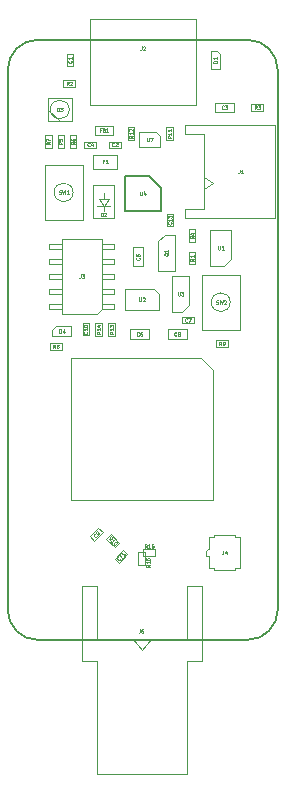
<source format=gbr>
G04 #@! TF.GenerationSoftware,KiCad,Pcbnew,(5.1.8)-1*
G04 #@! TF.CreationDate,2020-12-21T10:11:38+01:00*
G04 #@! TF.ProjectId,Penguino-STM32WL-LoRa-E5,50656e67-7569-46e6-9f2d-53544d333257,0.1*
G04 #@! TF.SameCoordinates,PX8198450PY59a5380*
G04 #@! TF.FileFunction,Other,Fab,Top*
%FSLAX46Y46*%
G04 Gerber Fmt 4.6, Leading zero omitted, Abs format (unit mm)*
G04 Created by KiCad (PCBNEW (5.1.8)-1) date 2020-12-21 10:11:38*
%MOMM*%
%LPD*%
G01*
G04 APERTURE LIST*
G04 #@! TA.AperFunction,Profile*
%ADD10C,0.150000*%
G04 #@! TD*
%ADD11C,0.100000*%
%ADD12C,0.150000*%
%ADD13C,0.120000*%
%ADD14C,0.075000*%
G04 APERTURE END LIST*
D10*
X-8890000Y-25380000D02*
G75*
G02*
X-11430000Y-22840000I0J2540000D01*
G01*
X11430000Y-22840000D02*
G75*
G02*
X8890000Y-25380000I-2540000J0D01*
G01*
X8890000Y25420000D02*
G75*
G02*
X11430000Y22880000I0J-2540000D01*
G01*
X-11430000Y22880000D02*
G75*
G02*
X-8890000Y25420000I2540000J0D01*
G01*
X-11430000Y-22840000D02*
X-11430000Y22880000D01*
X8890000Y-25380000D02*
X-8890000Y-25380000D01*
X11430000Y22880000D02*
X11430000Y-22840000D01*
X-8890000Y25420000D02*
X8890000Y25420000D01*
D11*
X-4460000Y19860000D02*
X-4460000Y27160000D01*
X4480000Y27160000D02*
X-4460000Y27160000D01*
X4480000Y19860000D02*
X4480000Y27160000D01*
X4480000Y19860000D02*
X-4460000Y19860000D01*
X3915000Y8325000D02*
X3915000Y9375000D01*
X4455000Y8325000D02*
X3915000Y8325000D01*
X4455000Y9375000D02*
X4455000Y8325000D01*
X3915000Y9375000D02*
X4455000Y9375000D01*
X6110000Y19300000D02*
X6110000Y20100000D01*
X6110000Y20100000D02*
X7710000Y20100000D01*
X7710000Y20100000D02*
X7710000Y19300000D01*
X7710000Y19300000D02*
X6110000Y19300000D01*
X-790000Y7900000D02*
X10000Y7900000D01*
X10000Y7900000D02*
X10000Y6300000D01*
X10000Y6300000D02*
X-790000Y6300000D01*
X-790000Y6300000D02*
X-790000Y7900000D01*
X-1065000Y900000D02*
X535000Y900000D01*
X-1065000Y100000D02*
X-1065000Y900000D01*
X535000Y100000D02*
X-1065000Y100000D01*
X535000Y900000D02*
X535000Y100000D01*
X6550000Y22912500D02*
X6550000Y24212500D01*
X6550000Y24212500D02*
X6250000Y24512500D01*
X6250000Y24512500D02*
X5750000Y24512500D01*
X5750000Y24512500D02*
X5750000Y22912500D01*
X5750000Y22912500D02*
X6550000Y22912500D01*
X-8015000Y20520000D02*
X-8015000Y18520000D01*
X-6015000Y20520000D02*
X-8015000Y20520000D01*
X-6015000Y18520000D02*
X-6015000Y20520000D01*
X-8015000Y18520000D02*
X-6015000Y18520000D01*
X-8015000Y19520000D02*
X-7015000Y18520000D01*
X-6215000Y19520000D02*
G75*
G03*
X-6215000Y19520000I-800000J0D01*
G01*
X-6040000Y350000D02*
X-6040000Y1150000D01*
X-7640000Y350000D02*
X-6040000Y350000D01*
X-7640000Y850000D02*
X-7640000Y350000D01*
X-7340000Y1150000D02*
X-7640000Y850000D01*
X-6040000Y1150000D02*
X-7340000Y1150000D01*
X-2190000Y14500000D02*
X-4190000Y14500000D01*
X-2190000Y15700000D02*
X-2190000Y14500000D01*
X-4190000Y15700000D02*
X-2190000Y15700000D01*
X-4190000Y14500000D02*
X-4190000Y15700000D01*
X-4077500Y18150000D02*
X-2477500Y18150000D01*
X-4077500Y17350000D02*
X-4077500Y18150000D01*
X-2477500Y17350000D02*
X-4077500Y17350000D01*
X-2477500Y18150000D02*
X-2477500Y17350000D01*
X5917107Y13270000D02*
X5210000Y13770000D01*
X5210000Y12770000D02*
X5917107Y13270000D01*
X3610000Y18220000D02*
X11210000Y18220000D01*
X3610000Y10320000D02*
X11210000Y10320000D01*
X11210000Y10320000D02*
X11210000Y18220000D01*
X3610000Y17420000D02*
X3610000Y18220000D01*
X5210000Y17420000D02*
X3610000Y17420000D01*
X5210000Y11120000D02*
X5210000Y17420000D01*
X3610000Y11120000D02*
X5210000Y11120000D01*
X3610000Y10320000D02*
X3610000Y11120000D01*
X6035000Y-19500000D02*
X6035000Y-19300000D01*
X6035000Y-19300000D02*
X5635000Y-19300000D01*
X5635000Y-18300000D02*
X5635000Y-19300000D01*
X5385000Y-18300000D02*
X5635000Y-18300000D01*
X5385000Y-18300000D02*
X5385000Y-17850000D01*
X5535000Y-17700000D02*
X5635000Y-17700000D01*
X5635000Y-17700000D02*
X5635000Y-16700000D01*
X6035000Y-16500000D02*
X6035000Y-16700000D01*
X6035000Y-16700000D02*
X5635000Y-16700000D01*
X6035000Y-19500000D02*
X7835000Y-19500000D01*
X7835000Y-19500000D02*
X7835000Y-19300000D01*
X8235000Y-19300000D02*
X7835000Y-19300000D01*
X8235000Y-16700000D02*
X8235000Y-19300000D01*
X6035000Y-16500000D02*
X7835000Y-16500000D01*
X7835000Y-16500000D02*
X7835000Y-16700000D01*
X8235000Y-16700000D02*
X7835000Y-16700000D01*
X5535000Y-17700000D02*
X5385000Y-17850000D01*
X-5167500Y-20820000D02*
X-5167500Y-27175000D01*
X-3897500Y-20820000D02*
X-5167500Y-20820000D01*
X-3897500Y-25270000D02*
X-3897500Y-20820000D01*
X3722500Y-25270000D02*
X-3897500Y-25270000D01*
X3722500Y-20820000D02*
X3722500Y-25270000D01*
X4992500Y-20820000D02*
X3722500Y-20820000D01*
X4992500Y-20820000D02*
X4992500Y-27175000D01*
X3722500Y-27175000D02*
X4992500Y-27175000D01*
X-5167500Y-27175000D02*
X-3897500Y-27175000D01*
X-3897500Y-36700000D02*
X-3897500Y-27175000D01*
X3722500Y-36700000D02*
X-3897500Y-36700000D01*
X3722500Y-27175000D02*
X3722500Y-36700000D01*
X662500Y-25270000D02*
X-87500Y-26270000D01*
X-87500Y-26270000D02*
X-837500Y-25270000D01*
X1310000Y5880000D02*
X2710000Y5880000D01*
X2710000Y8920000D02*
X2710000Y5880000D01*
X1310000Y8350000D02*
X1860000Y8920000D01*
X1860000Y8920000D02*
X2710000Y8920000D01*
X1310000Y8350000D02*
X1310000Y5900000D01*
X4455000Y6415000D02*
X3915000Y6415000D01*
X3915000Y6415000D02*
X3915000Y7465000D01*
X3915000Y7465000D02*
X4455000Y7465000D01*
X4455000Y7465000D02*
X4455000Y6415000D01*
X-6750000Y21467000D02*
X-6750000Y22007000D01*
X-6750000Y22007000D02*
X-5700000Y22007000D01*
X-5700000Y22007000D02*
X-5700000Y21467000D01*
X-5700000Y21467000D02*
X-6750000Y21467000D01*
X9175001Y19430000D02*
X9175001Y19970000D01*
X9175001Y19970000D02*
X10225001Y19970000D01*
X10225001Y19970000D02*
X10225001Y19430000D01*
X10225001Y19430000D02*
X9175001Y19430000D01*
X-7210000Y16285000D02*
X-7210000Y17335000D01*
X-6670000Y16285000D02*
X-7210000Y16285000D01*
X-6670000Y17335000D02*
X-6670000Y16285000D01*
X-7210000Y17335000D02*
X-6670000Y17335000D01*
X-6160000Y17325000D02*
X-5620000Y17325000D01*
X-5620000Y17325000D02*
X-5620000Y16275000D01*
X-5620000Y16275000D02*
X-6160000Y16275000D01*
X-6160000Y16275000D02*
X-6160000Y17325000D01*
X-8260000Y16275000D02*
X-8260000Y17325000D01*
X-7720000Y16275000D02*
X-8260000Y16275000D01*
X-7720000Y17325000D02*
X-7720000Y16275000D01*
X-8260000Y17325000D02*
X-7720000Y17325000D01*
X-7875000Y-820000D02*
X-7875000Y-280000D01*
X-7875000Y-280000D02*
X-6825000Y-280000D01*
X-6825000Y-280000D02*
X-6825000Y-820000D01*
X-6825000Y-820000D02*
X-7875000Y-820000D01*
X6185000Y-570000D02*
X6185000Y-30000D01*
X6185000Y-30000D02*
X7235000Y-30000D01*
X7235000Y-30000D02*
X7235000Y-570000D01*
X7235000Y-570000D02*
X6185000Y-570000D01*
X182500Y-17975000D02*
X182500Y-19025000D01*
X-357500Y-17975000D02*
X182500Y-17975000D01*
X-357500Y-19025000D02*
X-357500Y-17975000D01*
X182500Y-19025000D02*
X-357500Y-19025000D01*
X-2897000Y380000D02*
X-2897000Y1430000D01*
X-2357000Y380000D02*
X-2897000Y380000D01*
X-2357000Y1430000D02*
X-2357000Y380000D01*
X-2897000Y1430000D02*
X-2357000Y1430000D01*
X-3457000Y1426001D02*
X-3457000Y376001D01*
X-3997000Y1426001D02*
X-3457000Y1426001D01*
X-3997000Y376001D02*
X-3997000Y1426001D01*
X-3457000Y376001D02*
X-3997000Y376001D01*
X1035000Y-18270000D02*
X-15000Y-18270000D01*
X1035000Y-17730000D02*
X1035000Y-18270000D01*
X-15000Y-17730000D02*
X1035000Y-17730000D01*
X-15000Y-18270000D02*
X-15000Y-17730000D01*
X-1977850Y-17180312D02*
X-2359688Y-17562150D01*
X-2359688Y-17562150D02*
X-3102150Y-16819688D01*
X-3102150Y-16819688D02*
X-2720312Y-16437850D01*
X-2720312Y-16437850D02*
X-1977850Y-17180312D01*
X-5090000Y14810000D02*
X-5090000Y10210000D01*
X-5090000Y10200000D02*
X-8290000Y10200000D01*
X-8290000Y10210000D02*
X-8290000Y14810000D01*
X-8290000Y14810000D02*
X-5090000Y14810000D01*
X-5890000Y12500000D02*
G75*
G03*
X-5890000Y12500000I-800000J0D01*
G01*
X7410000Y3200000D02*
G75*
G03*
X7410000Y3200000I-800000J0D01*
G01*
X8210000Y890000D02*
X5010000Y890000D01*
X8210000Y5490000D02*
X8210000Y890000D01*
X5010000Y5500000D02*
X8210000Y5500000D01*
X5010000Y890000D02*
X5010000Y5490000D01*
X7510000Y6900000D02*
X6860000Y6250000D01*
X5710000Y6250000D02*
X6860000Y6250000D01*
X7510000Y6900000D02*
X7510000Y9350000D01*
X5710000Y9350000D02*
X7510000Y9350000D01*
X5710000Y6250000D02*
X5710000Y9350000D01*
X3910000Y2950000D02*
X3910000Y5400000D01*
X3360000Y2380000D02*
X2510000Y2380000D01*
X3910000Y2950000D02*
X3360000Y2380000D01*
X2510000Y2380000D02*
X2510000Y5420000D01*
X3910000Y5420000D02*
X2510000Y5420000D01*
D12*
X510000Y13900000D02*
X1510000Y12900000D01*
X-1490000Y13900000D02*
X510000Y13900000D01*
X-1490000Y10900000D02*
X-1490000Y13900000D01*
X1510000Y10900000D02*
X-1490000Y10900000D01*
X1510000Y12900000D02*
X1510000Y10900000D01*
D11*
X-5072500Y403000D02*
X-5072500Y1403000D01*
X-4572500Y403000D02*
X-5072500Y403000D01*
X-4572500Y1403000D02*
X-4572500Y403000D01*
X-5072500Y1403000D02*
X-4572500Y1403000D01*
X1385000Y2570000D02*
X-1515000Y2570000D01*
X-1515000Y2570000D02*
X-1515000Y4330000D01*
X935000Y4330000D02*
X-1515000Y4330000D01*
X1385000Y2570000D02*
X1385000Y3880000D01*
X935000Y4330000D02*
X1385000Y3880000D01*
X2560000Y10650000D02*
X2560000Y9650000D01*
X2060000Y10650000D02*
X2560000Y10650000D01*
X2060000Y9650000D02*
X2060000Y10650000D01*
X2560000Y9650000D02*
X2060000Y9650000D01*
X-6409500Y24218500D02*
X-5909500Y24218500D01*
X-5909500Y24218500D02*
X-5909500Y23218500D01*
X-5909500Y23218500D02*
X-6409500Y23218500D01*
X-6409500Y23218500D02*
X-6409500Y24218500D01*
X-1860000Y16300000D02*
X-2860000Y16300000D01*
X-1860000Y16800000D02*
X-1860000Y16300000D01*
X-2860000Y16800000D02*
X-1860000Y16800000D01*
X-2860000Y16300000D02*
X-2860000Y16800000D01*
X-3940000Y16800000D02*
X-3940000Y16300000D01*
X-3940000Y16300000D02*
X-4940000Y16300000D01*
X-4940000Y16300000D02*
X-4940000Y16800000D01*
X-4940000Y16800000D02*
X-3940000Y16800000D01*
X4310000Y1450000D02*
X3310000Y1450000D01*
X4310000Y1950000D02*
X4310000Y1450000D01*
X3310000Y1950000D02*
X4310000Y1950000D01*
X3310000Y1450000D02*
X3310000Y1950000D01*
X2110000Y900000D02*
X3710000Y900000D01*
X2110000Y100000D02*
X2110000Y900000D01*
X3710000Y100000D02*
X2110000Y100000D01*
X3710000Y900000D02*
X3710000Y100000D01*
X-4450330Y-16626777D02*
X-3743223Y-15919670D01*
X-4096777Y-16980330D02*
X-4450330Y-16626777D01*
X-3389670Y-16273223D02*
X-4096777Y-16980330D01*
X-3743223Y-15919670D02*
X-3389670Y-16273223D01*
X-1643223Y-17789670D02*
X-1289670Y-18143223D01*
X-1289670Y-18143223D02*
X-1996777Y-18850330D01*
X-1996777Y-18850330D02*
X-2350330Y-18496777D01*
X-2350330Y-18496777D02*
X-1643223Y-17789670D01*
D13*
X5912500Y-2527000D02*
X4912500Y-1527000D01*
X5912500Y-13527000D02*
X5912500Y-2527000D01*
X-6087500Y-13527000D02*
X5912500Y-13527000D01*
X-6087500Y-1527000D02*
X4912500Y-1527000D01*
X-6087500Y-1527000D02*
X-6087500Y-13527000D01*
D11*
X-7890000Y8140000D02*
X-6845000Y8140000D01*
X-7890000Y7740000D02*
X-7890000Y8140000D01*
X-6845000Y7740000D02*
X-7890000Y7740000D01*
X-2390000Y8140000D02*
X-3435000Y8140000D01*
X-2390000Y7740000D02*
X-2390000Y8140000D01*
X-3435000Y7740000D02*
X-2390000Y7740000D01*
X-7890000Y6870000D02*
X-6845000Y6870000D01*
X-7890000Y6470000D02*
X-7890000Y6870000D01*
X-6845000Y6470000D02*
X-7890000Y6470000D01*
X-2390000Y6870000D02*
X-3435000Y6870000D01*
X-2390000Y6470000D02*
X-2390000Y6870000D01*
X-3435000Y6470000D02*
X-2390000Y6470000D01*
X-7890000Y5600000D02*
X-6845000Y5600000D01*
X-7890000Y5200000D02*
X-7890000Y5600000D01*
X-6845000Y5200000D02*
X-7890000Y5200000D01*
X-2390000Y5600000D02*
X-3435000Y5600000D01*
X-2390000Y5200000D02*
X-2390000Y5600000D01*
X-3435000Y5200000D02*
X-2390000Y5200000D01*
X-7890000Y4330000D02*
X-6845000Y4330000D01*
X-7890000Y3930000D02*
X-7890000Y4330000D01*
X-6845000Y3930000D02*
X-7890000Y3930000D01*
X-2390000Y4330000D02*
X-3435000Y4330000D01*
X-2390000Y3930000D02*
X-2390000Y4330000D01*
X-3435000Y3930000D02*
X-2390000Y3930000D01*
X-7890000Y3060000D02*
X-6845000Y3060000D01*
X-7890000Y2660000D02*
X-7890000Y3060000D01*
X-6845000Y2660000D02*
X-7890000Y2660000D01*
X-2390000Y3060000D02*
X-3435000Y3060000D01*
X-2390000Y2660000D02*
X-2390000Y3060000D01*
X-3435000Y2660000D02*
X-2390000Y2660000D01*
X-6845000Y2225000D02*
X-6845000Y8575000D01*
X-3435000Y2660000D02*
X-3870000Y2225000D01*
X-3435000Y8575000D02*
X-3435000Y2660000D01*
X-3870000Y2225000D02*
X-6845000Y2225000D01*
X-6845000Y8575000D02*
X-3435000Y8575000D01*
X-3290000Y11950000D02*
X-3290000Y12450000D01*
X-2890000Y11950000D02*
X-3290000Y11350000D01*
X-3690000Y11950000D02*
X-2890000Y11950000D01*
X-3290000Y11350000D02*
X-3690000Y11950000D01*
X-3290000Y11350000D02*
X-2740000Y11350000D01*
X-3290000Y11350000D02*
X-3840000Y11350000D01*
X-3290000Y10950000D02*
X-3290000Y11350000D01*
X-2390000Y10300000D02*
X-4190000Y10300000D01*
X-2390000Y13100000D02*
X-2390000Y10300000D01*
X-4190000Y13100000D02*
X-2390000Y13100000D01*
X-4190000Y10300000D02*
X-4190000Y13100000D01*
X2555000Y16950000D02*
X2015000Y16950000D01*
X2015000Y16950000D02*
X2015000Y18000000D01*
X2015000Y18000000D02*
X2555000Y18000000D01*
X2555000Y18000000D02*
X2555000Y16950000D01*
X-720000Y18025000D02*
X-720000Y16975000D01*
X-1260000Y18025000D02*
X-720000Y18025000D01*
X-1260000Y16975000D02*
X-1260000Y18025000D01*
X-720000Y16975000D02*
X-1260000Y16975000D01*
X1110000Y17630000D02*
X1430000Y17310000D01*
X1430000Y16330000D02*
X1430000Y17310000D01*
X1110000Y17630000D02*
X-270000Y17630000D01*
X1430000Y16330000D02*
X-270000Y16330000D01*
X-270000Y16330000D02*
X-270000Y17630000D01*
D14*
X-90000Y24854286D02*
X-90000Y24640000D01*
X-104286Y24597143D01*
X-132858Y24568572D01*
X-175715Y24554286D01*
X-204286Y24554286D01*
X38571Y24825715D02*
X52857Y24840000D01*
X81428Y24854286D01*
X152857Y24854286D01*
X181428Y24840000D01*
X195714Y24825715D01*
X210000Y24797143D01*
X210000Y24768572D01*
X195714Y24725715D01*
X24285Y24554286D01*
X210000Y24554286D01*
D11*
D14*
X4320714Y8800000D02*
X4177857Y8700000D01*
X4320714Y8628572D02*
X4020714Y8628572D01*
X4020714Y8742858D01*
X4035000Y8771429D01*
X4049285Y8785715D01*
X4077857Y8800000D01*
X4120714Y8800000D01*
X4149285Y8785715D01*
X4163571Y8771429D01*
X4177857Y8742858D01*
X4177857Y8628572D01*
X4120714Y9057143D02*
X4320714Y9057143D01*
X4006428Y8985715D02*
X4220714Y8914286D01*
X4220714Y9100000D01*
D11*
D14*
X6860000Y19592858D02*
X6845714Y19578572D01*
X6802857Y19564286D01*
X6774285Y19564286D01*
X6731428Y19578572D01*
X6702857Y19607143D01*
X6688571Y19635715D01*
X6674285Y19692858D01*
X6674285Y19735715D01*
X6688571Y19792858D01*
X6702857Y19821429D01*
X6731428Y19850000D01*
X6774285Y19864286D01*
X6802857Y19864286D01*
X6845714Y19850000D01*
X6860000Y19835715D01*
X6960000Y19864286D02*
X7145714Y19864286D01*
X7045714Y19750000D01*
X7088571Y19750000D01*
X7117142Y19735715D01*
X7131428Y19721429D01*
X7145714Y19692858D01*
X7145714Y19621429D01*
X7131428Y19592858D01*
X7117142Y19578572D01*
X7088571Y19564286D01*
X7002857Y19564286D01*
X6974285Y19578572D01*
X6960000Y19592858D01*
D11*
D14*
X-282858Y6975000D02*
X-268572Y6960715D01*
X-254286Y6917858D01*
X-254286Y6889286D01*
X-268572Y6846429D01*
X-297143Y6817858D01*
X-325715Y6803572D01*
X-382858Y6789286D01*
X-425715Y6789286D01*
X-482858Y6803572D01*
X-511429Y6817858D01*
X-540000Y6846429D01*
X-554286Y6889286D01*
X-554286Y6917858D01*
X-540000Y6960715D01*
X-525715Y6975000D01*
X-554286Y7246429D02*
X-554286Y7103572D01*
X-411429Y7089286D01*
X-425715Y7103572D01*
X-440000Y7132143D01*
X-440000Y7203572D01*
X-425715Y7232143D01*
X-411429Y7246429D01*
X-382858Y7260715D01*
X-311429Y7260715D01*
X-282858Y7246429D01*
X-268572Y7232143D01*
X-254286Y7203572D01*
X-254286Y7132143D01*
X-268572Y7103572D01*
X-282858Y7089286D01*
D11*
D14*
X-315000Y392858D02*
X-329286Y378572D01*
X-372143Y364286D01*
X-400715Y364286D01*
X-443572Y378572D01*
X-472143Y407143D01*
X-486429Y435715D01*
X-500715Y492858D01*
X-500715Y535715D01*
X-486429Y592858D01*
X-472143Y621429D01*
X-443572Y650000D01*
X-400715Y664286D01*
X-372143Y664286D01*
X-329286Y650000D01*
X-315000Y635715D01*
X-57858Y664286D02*
X-115000Y664286D01*
X-143572Y650000D01*
X-157858Y635715D01*
X-186429Y592858D01*
X-200715Y535715D01*
X-200715Y421429D01*
X-186429Y392858D01*
X-172143Y378572D01*
X-143572Y364286D01*
X-86429Y364286D01*
X-57858Y378572D01*
X-43572Y392858D01*
X-29286Y421429D01*
X-29286Y492858D01*
X-43572Y521429D01*
X-57858Y535715D01*
X-86429Y550000D01*
X-143572Y550000D01*
X-172143Y535715D01*
X-186429Y521429D01*
X-200715Y492858D01*
D11*
D14*
X6285714Y23491072D02*
X5985714Y23491072D01*
X5985714Y23562500D01*
X6000000Y23605358D01*
X6028571Y23633929D01*
X6057142Y23648215D01*
X6114285Y23662500D01*
X6157142Y23662500D01*
X6214285Y23648215D01*
X6242857Y23633929D01*
X6271428Y23605358D01*
X6285714Y23562500D01*
X6285714Y23491072D01*
X6285714Y23948215D02*
X6285714Y23776786D01*
X6285714Y23862500D02*
X5985714Y23862500D01*
X6028571Y23833929D01*
X6057142Y23805358D01*
X6071428Y23776786D01*
D11*
D14*
X-7236429Y19384286D02*
X-7236429Y19684286D01*
X-7165000Y19684286D01*
X-7122143Y19670000D01*
X-7093572Y19641429D01*
X-7079286Y19612858D01*
X-7065000Y19555715D01*
X-7065000Y19512858D01*
X-7079286Y19455715D01*
X-7093572Y19427143D01*
X-7122143Y19398572D01*
X-7165000Y19384286D01*
X-7236429Y19384286D01*
X-6965000Y19684286D02*
X-6779286Y19684286D01*
X-6879286Y19570000D01*
X-6836429Y19570000D01*
X-6807858Y19555715D01*
X-6793572Y19541429D01*
X-6779286Y19512858D01*
X-6779286Y19441429D01*
X-6793572Y19412858D01*
X-6807858Y19398572D01*
X-6836429Y19384286D01*
X-6922143Y19384286D01*
X-6950715Y19398572D01*
X-6965000Y19412858D01*
D11*
D14*
X-7061429Y614286D02*
X-7061429Y914286D01*
X-6990000Y914286D01*
X-6947143Y900000D01*
X-6918572Y871429D01*
X-6904286Y842858D01*
X-6890000Y785715D01*
X-6890000Y742858D01*
X-6904286Y685715D01*
X-6918572Y657143D01*
X-6947143Y628572D01*
X-6990000Y614286D01*
X-7061429Y614286D01*
X-6632858Y814286D02*
X-6632858Y614286D01*
X-6704286Y928572D02*
X-6775715Y714286D01*
X-6590000Y714286D01*
D11*
D14*
X-3290000Y15121429D02*
X-3390000Y15121429D01*
X-3390000Y14964286D02*
X-3390000Y15264286D01*
X-3247143Y15264286D01*
X-2975715Y14964286D02*
X-3147143Y14964286D01*
X-3061429Y14964286D02*
X-3061429Y15264286D01*
X-3090000Y15221429D01*
X-3118572Y15192858D01*
X-3147143Y15178572D01*
D11*
D14*
X-3527500Y17771429D02*
X-3627500Y17771429D01*
X-3627500Y17614286D02*
X-3627500Y17914286D01*
X-3484643Y17914286D01*
X-3270358Y17771429D02*
X-3227500Y17757143D01*
X-3213215Y17742858D01*
X-3198929Y17714286D01*
X-3198929Y17671429D01*
X-3213215Y17642858D01*
X-3227500Y17628572D01*
X-3256072Y17614286D01*
X-3370358Y17614286D01*
X-3370358Y17914286D01*
X-3270358Y17914286D01*
X-3241786Y17900000D01*
X-3227500Y17885715D01*
X-3213215Y17857143D01*
X-3213215Y17828572D01*
X-3227500Y17800000D01*
X-3241786Y17785715D01*
X-3270358Y17771429D01*
X-3370358Y17771429D01*
X-2913215Y17614286D02*
X-3084643Y17614286D01*
X-2998929Y17614286D02*
X-2998929Y17914286D01*
X-3027500Y17871429D01*
X-3056072Y17842858D01*
X-3084643Y17828572D01*
D11*
D14*
X8210000Y14434286D02*
X8210000Y14220000D01*
X8195714Y14177143D01*
X8167142Y14148572D01*
X8124285Y14134286D01*
X8095714Y14134286D01*
X8510000Y14134286D02*
X8338571Y14134286D01*
X8424285Y14134286D02*
X8424285Y14434286D01*
X8395714Y14391429D01*
X8367142Y14362858D01*
X8338571Y14348572D01*
D11*
D14*
X6835000Y-17835714D02*
X6835000Y-18050000D01*
X6820714Y-18092857D01*
X6792142Y-18121428D01*
X6749285Y-18135714D01*
X6720714Y-18135714D01*
X7106428Y-17935714D02*
X7106428Y-18135714D01*
X7035000Y-17821428D02*
X6963571Y-18035714D01*
X7149285Y-18035714D01*
D11*
D14*
X-240000Y-24485714D02*
X-240000Y-24700000D01*
X-254286Y-24742857D01*
X-282858Y-24771428D01*
X-325715Y-24785714D01*
X-354286Y-24785714D01*
X45714Y-24485714D02*
X-97143Y-24485714D01*
X-111429Y-24628571D01*
X-97143Y-24614285D01*
X-68572Y-24600000D01*
X2857Y-24600000D01*
X31428Y-24614285D01*
X45714Y-24628571D01*
X60000Y-24657142D01*
X60000Y-24728571D01*
X45714Y-24757142D01*
X31428Y-24771428D01*
X2857Y-24785714D01*
X-68572Y-24785714D01*
X-97143Y-24771428D01*
X-111429Y-24757142D01*
D11*
D14*
X2174285Y7371429D02*
X2160000Y7342858D01*
X2131428Y7314286D01*
X2088571Y7271429D01*
X2074285Y7242858D01*
X2074285Y7214286D01*
X2145714Y7228572D02*
X2131428Y7200000D01*
X2102857Y7171429D01*
X2045714Y7157143D01*
X1945714Y7157143D01*
X1888571Y7171429D01*
X1860000Y7200000D01*
X1845714Y7228572D01*
X1845714Y7285715D01*
X1860000Y7314286D01*
X1888571Y7342858D01*
X1945714Y7357143D01*
X2045714Y7357143D01*
X2102857Y7342858D01*
X2131428Y7314286D01*
X2145714Y7285715D01*
X2145714Y7228572D01*
X2145714Y7642858D02*
X2145714Y7471429D01*
X2145714Y7557143D02*
X1845714Y7557143D01*
X1888571Y7528572D01*
X1917142Y7500000D01*
X1931428Y7471429D01*
D11*
D14*
X4320714Y6890000D02*
X4177857Y6790000D01*
X4320714Y6718572D02*
X4020714Y6718572D01*
X4020714Y6832858D01*
X4035000Y6861429D01*
X4049285Y6875715D01*
X4077857Y6890000D01*
X4120714Y6890000D01*
X4149285Y6875715D01*
X4163571Y6861429D01*
X4177857Y6832858D01*
X4177857Y6718572D01*
X4320714Y7175715D02*
X4320714Y7004286D01*
X4320714Y7090000D02*
X4020714Y7090000D01*
X4063571Y7061429D01*
X4092142Y7032858D01*
X4106428Y7004286D01*
D11*
D14*
X-6275000Y21589286D02*
X-6375000Y21732143D01*
X-6446429Y21589286D02*
X-6446429Y21889286D01*
X-6332143Y21889286D01*
X-6303572Y21875000D01*
X-6289286Y21860715D01*
X-6275000Y21832143D01*
X-6275000Y21789286D01*
X-6289286Y21760715D01*
X-6303572Y21746429D01*
X-6332143Y21732143D01*
X-6446429Y21732143D01*
X-6160715Y21860715D02*
X-6146429Y21875000D01*
X-6117858Y21889286D01*
X-6046429Y21889286D01*
X-6017858Y21875000D01*
X-6003572Y21860715D01*
X-5989286Y21832143D01*
X-5989286Y21803572D01*
X-6003572Y21760715D01*
X-6175000Y21589286D01*
X-5989286Y21589286D01*
D11*
D14*
X9650001Y19564286D02*
X9550001Y19707143D01*
X9478572Y19564286D02*
X9478572Y19864286D01*
X9592858Y19864286D01*
X9621429Y19850000D01*
X9635715Y19835715D01*
X9650001Y19807143D01*
X9650001Y19764286D01*
X9635715Y19735715D01*
X9621429Y19721429D01*
X9592858Y19707143D01*
X9478572Y19707143D01*
X9750001Y19864286D02*
X9935715Y19864286D01*
X9835715Y19750000D01*
X9878572Y19750000D01*
X9907143Y19735715D01*
X9921429Y19721429D01*
X9935715Y19692858D01*
X9935715Y19621429D01*
X9921429Y19592858D01*
X9907143Y19578572D01*
X9878572Y19564286D01*
X9792858Y19564286D01*
X9764286Y19578572D01*
X9750001Y19592858D01*
D11*
D14*
X-6804286Y16760000D02*
X-6947143Y16660000D01*
X-6804286Y16588572D02*
X-7104286Y16588572D01*
X-7104286Y16702858D01*
X-7090000Y16731429D01*
X-7075715Y16745715D01*
X-7047143Y16760000D01*
X-7004286Y16760000D01*
X-6975715Y16745715D01*
X-6961429Y16731429D01*
X-6947143Y16702858D01*
X-6947143Y16588572D01*
X-7104286Y17031429D02*
X-7104286Y16888572D01*
X-6961429Y16874286D01*
X-6975715Y16888572D01*
X-6990000Y16917143D01*
X-6990000Y16988572D01*
X-6975715Y17017143D01*
X-6961429Y17031429D01*
X-6932858Y17045715D01*
X-6861429Y17045715D01*
X-6832858Y17031429D01*
X-6818572Y17017143D01*
X-6804286Y16988572D01*
X-6804286Y16917143D01*
X-6818572Y16888572D01*
X-6832858Y16874286D01*
D11*
D14*
X-5754286Y16775000D02*
X-5897143Y16675000D01*
X-5754286Y16603572D02*
X-6054286Y16603572D01*
X-6054286Y16717858D01*
X-6040000Y16746429D01*
X-6025715Y16760715D01*
X-5997143Y16775000D01*
X-5954286Y16775000D01*
X-5925715Y16760715D01*
X-5911429Y16746429D01*
X-5897143Y16717858D01*
X-5897143Y16603572D01*
X-6054286Y17032143D02*
X-6054286Y16975000D01*
X-6040000Y16946429D01*
X-6025715Y16932143D01*
X-5982858Y16903572D01*
X-5925715Y16889286D01*
X-5811429Y16889286D01*
X-5782858Y16903572D01*
X-5768572Y16917858D01*
X-5754286Y16946429D01*
X-5754286Y17003572D01*
X-5768572Y17032143D01*
X-5782858Y17046429D01*
X-5811429Y17060715D01*
X-5882858Y17060715D01*
X-5911429Y17046429D01*
X-5925715Y17032143D01*
X-5940000Y17003572D01*
X-5940000Y16946429D01*
X-5925715Y16917858D01*
X-5911429Y16903572D01*
X-5882858Y16889286D01*
D11*
D14*
X-7854286Y16750000D02*
X-7997143Y16650000D01*
X-7854286Y16578572D02*
X-8154286Y16578572D01*
X-8154286Y16692858D01*
X-8140000Y16721429D01*
X-8125715Y16735715D01*
X-8097143Y16750000D01*
X-8054286Y16750000D01*
X-8025715Y16735715D01*
X-8011429Y16721429D01*
X-7997143Y16692858D01*
X-7997143Y16578572D01*
X-8154286Y16850000D02*
X-8154286Y17050000D01*
X-7854286Y16921429D01*
D11*
D14*
X-7400000Y-685714D02*
X-7500000Y-542857D01*
X-7571429Y-685714D02*
X-7571429Y-385714D01*
X-7457143Y-385714D01*
X-7428572Y-400000D01*
X-7414286Y-414285D01*
X-7400000Y-442857D01*
X-7400000Y-485714D01*
X-7414286Y-514285D01*
X-7428572Y-528571D01*
X-7457143Y-542857D01*
X-7571429Y-542857D01*
X-7228572Y-514285D02*
X-7257143Y-500000D01*
X-7271429Y-485714D01*
X-7285715Y-457142D01*
X-7285715Y-442857D01*
X-7271429Y-414285D01*
X-7257143Y-400000D01*
X-7228572Y-385714D01*
X-7171429Y-385714D01*
X-7142858Y-400000D01*
X-7128572Y-414285D01*
X-7114286Y-442857D01*
X-7114286Y-457142D01*
X-7128572Y-485714D01*
X-7142858Y-500000D01*
X-7171429Y-514285D01*
X-7228572Y-514285D01*
X-7257143Y-528571D01*
X-7271429Y-542857D01*
X-7285715Y-571428D01*
X-7285715Y-628571D01*
X-7271429Y-657142D01*
X-7257143Y-671428D01*
X-7228572Y-685714D01*
X-7171429Y-685714D01*
X-7142858Y-671428D01*
X-7128572Y-657142D01*
X-7114286Y-628571D01*
X-7114286Y-571428D01*
X-7128572Y-542857D01*
X-7142858Y-528571D01*
X-7171429Y-514285D01*
D11*
D14*
X6660000Y-435714D02*
X6560000Y-292857D01*
X6488571Y-435714D02*
X6488571Y-135714D01*
X6602857Y-135714D01*
X6631428Y-150000D01*
X6645714Y-164285D01*
X6660000Y-192857D01*
X6660000Y-235714D01*
X6645714Y-264285D01*
X6631428Y-278571D01*
X6602857Y-292857D01*
X6488571Y-292857D01*
X6802857Y-435714D02*
X6860000Y-435714D01*
X6888571Y-421428D01*
X6902857Y-407142D01*
X6931428Y-364285D01*
X6945714Y-307142D01*
X6945714Y-192857D01*
X6931428Y-164285D01*
X6917142Y-150000D01*
X6888571Y-135714D01*
X6831428Y-135714D01*
X6802857Y-150000D01*
X6788571Y-164285D01*
X6774285Y-192857D01*
X6774285Y-264285D01*
X6788571Y-292857D01*
X6802857Y-307142D01*
X6831428Y-321428D01*
X6888571Y-321428D01*
X6917142Y-307142D01*
X6931428Y-292857D01*
X6945714Y-264285D01*
D11*
D14*
X585714Y-19022857D02*
X442857Y-19122857D01*
X585714Y-19194285D02*
X285714Y-19194285D01*
X285714Y-19080000D01*
X300000Y-19051428D01*
X314285Y-19037142D01*
X342857Y-19022857D01*
X385714Y-19022857D01*
X414285Y-19037142D01*
X428571Y-19051428D01*
X442857Y-19080000D01*
X442857Y-19194285D01*
X585714Y-18737142D02*
X585714Y-18908571D01*
X585714Y-18822857D02*
X285714Y-18822857D01*
X328571Y-18851428D01*
X357142Y-18880000D01*
X371428Y-18908571D01*
X285714Y-18465714D02*
X285714Y-18608571D01*
X428571Y-18622857D01*
X414285Y-18608571D01*
X400000Y-18580000D01*
X400000Y-18508571D01*
X414285Y-18480000D01*
X428571Y-18465714D01*
X457142Y-18451428D01*
X528571Y-18451428D01*
X557142Y-18465714D01*
X571428Y-18480000D01*
X585714Y-18508571D01*
X585714Y-18580000D01*
X571428Y-18608571D01*
X557142Y-18622857D01*
D11*
D14*
X-2491286Y712143D02*
X-2634143Y612143D01*
X-2491286Y540715D02*
X-2791286Y540715D01*
X-2791286Y655000D01*
X-2777000Y683572D01*
X-2762715Y697858D01*
X-2734143Y712143D01*
X-2691286Y712143D01*
X-2662715Y697858D01*
X-2648429Y683572D01*
X-2634143Y655000D01*
X-2634143Y540715D01*
X-2491286Y997858D02*
X-2491286Y826429D01*
X-2491286Y912143D02*
X-2791286Y912143D01*
X-2748429Y883572D01*
X-2719858Y855000D01*
X-2705572Y826429D01*
X-2791286Y1097858D02*
X-2791286Y1283572D01*
X-2677000Y1183572D01*
X-2677000Y1226429D01*
X-2662715Y1255000D01*
X-2648429Y1269286D01*
X-2619858Y1283572D01*
X-2548429Y1283572D01*
X-2519858Y1269286D01*
X-2505572Y1255000D01*
X-2491286Y1226429D01*
X-2491286Y1140715D01*
X-2505572Y1112143D01*
X-2519858Y1097858D01*
D11*
D14*
X-3591286Y708144D02*
X-3734143Y608144D01*
X-3591286Y536716D02*
X-3891286Y536716D01*
X-3891286Y651001D01*
X-3877000Y679573D01*
X-3862715Y693859D01*
X-3834143Y708144D01*
X-3791286Y708144D01*
X-3762715Y693859D01*
X-3748429Y679573D01*
X-3734143Y651001D01*
X-3734143Y536716D01*
X-3591286Y993859D02*
X-3591286Y822430D01*
X-3591286Y908144D02*
X-3891286Y908144D01*
X-3848429Y879573D01*
X-3819858Y851001D01*
X-3805572Y822430D01*
X-3791286Y1251001D02*
X-3591286Y1251001D01*
X-3905572Y1179573D02*
X-3691286Y1108144D01*
X-3691286Y1293859D01*
D11*
D14*
X347142Y-17585714D02*
X247142Y-17442857D01*
X175714Y-17585714D02*
X175714Y-17285714D01*
X290000Y-17285714D01*
X318571Y-17300000D01*
X332857Y-17314285D01*
X347142Y-17342857D01*
X347142Y-17385714D01*
X332857Y-17414285D01*
X318571Y-17428571D01*
X290000Y-17442857D01*
X175714Y-17442857D01*
X632857Y-17585714D02*
X461428Y-17585714D01*
X547142Y-17585714D02*
X547142Y-17285714D01*
X518571Y-17328571D01*
X490000Y-17357142D01*
X461428Y-17371428D01*
X890000Y-17285714D02*
X832857Y-17285714D01*
X804285Y-17300000D01*
X790000Y-17314285D01*
X761428Y-17357142D01*
X747142Y-17414285D01*
X747142Y-17528571D01*
X761428Y-17557142D01*
X775714Y-17571428D01*
X804285Y-17585714D01*
X861428Y-17585714D01*
X890000Y-17571428D01*
X904285Y-17557142D01*
X918571Y-17528571D01*
X918571Y-17457142D01*
X904285Y-17428571D01*
X890000Y-17414285D01*
X861428Y-17400000D01*
X804285Y-17400000D01*
X775714Y-17414285D01*
X761428Y-17428571D01*
X747142Y-17457142D01*
D11*
D14*
X-2772336Y-16959593D02*
X-2742031Y-16787867D01*
X-2893554Y-16838375D02*
X-2681422Y-16626243D01*
X-2600610Y-16707055D01*
X-2590508Y-16737360D01*
X-2590508Y-16757563D01*
X-2600610Y-16787867D01*
X-2630914Y-16818172D01*
X-2661219Y-16828274D01*
X-2681422Y-16828274D01*
X-2711726Y-16818172D01*
X-2792539Y-16737360D01*
X-2570305Y-17161624D02*
X-2691523Y-17040406D01*
X-2630914Y-17101015D02*
X-2418782Y-16888883D01*
X-2469290Y-16898984D01*
X-2509696Y-16898984D01*
X-2540000Y-16888883D01*
X-2226853Y-17080812D02*
X-2206650Y-17101015D01*
X-2196549Y-17131319D01*
X-2196549Y-17151522D01*
X-2206650Y-17181827D01*
X-2236955Y-17232335D01*
X-2287462Y-17282842D01*
X-2337970Y-17313147D01*
X-2368275Y-17323248D01*
X-2388478Y-17323248D01*
X-2418782Y-17313147D01*
X-2438985Y-17292944D01*
X-2449087Y-17262639D01*
X-2449087Y-17242436D01*
X-2438985Y-17212132D01*
X-2408681Y-17161624D01*
X-2358173Y-17111116D01*
X-2307665Y-17080812D01*
X-2277361Y-17070710D01*
X-2257158Y-17070710D01*
X-2226853Y-17080812D01*
D11*
D14*
X-7065000Y12403572D02*
X-7022143Y12389286D01*
X-6950715Y12389286D01*
X-6922143Y12403572D01*
X-6907858Y12417858D01*
X-6893572Y12446429D01*
X-6893572Y12475000D01*
X-6907858Y12503572D01*
X-6922143Y12517858D01*
X-6950715Y12532143D01*
X-7007858Y12546429D01*
X-7036429Y12560715D01*
X-7050715Y12575000D01*
X-7065000Y12603572D01*
X-7065000Y12632143D01*
X-7050715Y12660715D01*
X-7036429Y12675000D01*
X-7007858Y12689286D01*
X-6936429Y12689286D01*
X-6893572Y12675000D01*
X-6793572Y12689286D02*
X-6722143Y12389286D01*
X-6665000Y12603572D01*
X-6607858Y12389286D01*
X-6536429Y12689286D01*
X-6265000Y12389286D02*
X-6436429Y12389286D01*
X-6350715Y12389286D02*
X-6350715Y12689286D01*
X-6379286Y12646429D01*
X-6407858Y12617858D01*
X-6436429Y12603572D01*
D11*
D14*
X6235000Y3078572D02*
X6277857Y3064286D01*
X6349285Y3064286D01*
X6377857Y3078572D01*
X6392142Y3092858D01*
X6406428Y3121429D01*
X6406428Y3150000D01*
X6392142Y3178572D01*
X6377857Y3192858D01*
X6349285Y3207143D01*
X6292142Y3221429D01*
X6263571Y3235715D01*
X6249285Y3250000D01*
X6235000Y3278572D01*
X6235000Y3307143D01*
X6249285Y3335715D01*
X6263571Y3350000D01*
X6292142Y3364286D01*
X6363571Y3364286D01*
X6406428Y3350000D01*
X6506428Y3364286D02*
X6577857Y3064286D01*
X6635000Y3278572D01*
X6692142Y3064286D01*
X6763571Y3364286D01*
X6863571Y3335715D02*
X6877857Y3350000D01*
X6906428Y3364286D01*
X6977857Y3364286D01*
X7006428Y3350000D01*
X7020714Y3335715D01*
X7035000Y3307143D01*
X7035000Y3278572D01*
X7020714Y3235715D01*
X6849285Y3064286D01*
X7035000Y3064286D01*
D11*
D14*
X6381428Y7964286D02*
X6381428Y7721429D01*
X6395714Y7692858D01*
X6410000Y7678572D01*
X6438571Y7664286D01*
X6495714Y7664286D01*
X6524285Y7678572D01*
X6538571Y7692858D01*
X6552857Y7721429D01*
X6552857Y7964286D01*
X6852857Y7664286D02*
X6681428Y7664286D01*
X6767142Y7664286D02*
X6767142Y7964286D01*
X6738571Y7921429D01*
X6710000Y7892858D01*
X6681428Y7878572D01*
D11*
D14*
X2981428Y4064286D02*
X2981428Y3821429D01*
X2995714Y3792858D01*
X3010000Y3778572D01*
X3038571Y3764286D01*
X3095714Y3764286D01*
X3124285Y3778572D01*
X3138571Y3792858D01*
X3152857Y3821429D01*
X3152857Y4064286D01*
X3267142Y4064286D02*
X3452857Y4064286D01*
X3352857Y3950000D01*
X3395714Y3950000D01*
X3424285Y3935715D01*
X3438571Y3921429D01*
X3452857Y3892858D01*
X3452857Y3821429D01*
X3438571Y3792858D01*
X3424285Y3778572D01*
X3395714Y3764286D01*
X3310000Y3764286D01*
X3281428Y3778572D01*
X3267142Y3792858D01*
D11*
D14*
X-218572Y12564286D02*
X-218572Y12321429D01*
X-204286Y12292858D01*
X-190000Y12278572D01*
X-161429Y12264286D01*
X-104286Y12264286D01*
X-75715Y12278572D01*
X-61429Y12292858D01*
X-47143Y12321429D01*
X-47143Y12564286D01*
X224285Y12464286D02*
X224285Y12264286D01*
X152857Y12578572D02*
X81428Y12364286D01*
X267142Y12364286D01*
D11*
D14*
X-4715358Y710143D02*
X-4701072Y695858D01*
X-4686786Y653000D01*
X-4686786Y624429D01*
X-4701072Y581572D01*
X-4729643Y553000D01*
X-4758215Y538715D01*
X-4815358Y524429D01*
X-4858215Y524429D01*
X-4915358Y538715D01*
X-4943929Y553000D01*
X-4972500Y581572D01*
X-4986786Y624429D01*
X-4986786Y653000D01*
X-4972500Y695858D01*
X-4958215Y710143D01*
X-4686786Y995858D02*
X-4686786Y824429D01*
X-4686786Y910143D02*
X-4986786Y910143D01*
X-4943929Y881572D01*
X-4915358Y853000D01*
X-4901072Y824429D01*
X-4986786Y1181572D02*
X-4986786Y1210143D01*
X-4972500Y1238715D01*
X-4958215Y1253000D01*
X-4929643Y1267286D01*
X-4872500Y1281572D01*
X-4801072Y1281572D01*
X-4743929Y1267286D01*
X-4715358Y1253000D01*
X-4701072Y1238715D01*
X-4686786Y1210143D01*
X-4686786Y1181572D01*
X-4701072Y1153000D01*
X-4715358Y1138715D01*
X-4743929Y1124429D01*
X-4801072Y1110143D01*
X-4872500Y1110143D01*
X-4929643Y1124429D01*
X-4958215Y1138715D01*
X-4972500Y1153000D01*
X-4986786Y1181572D01*
D11*
D14*
X-293572Y3614286D02*
X-293572Y3371429D01*
X-279286Y3342858D01*
X-265000Y3328572D01*
X-236429Y3314286D01*
X-179286Y3314286D01*
X-150715Y3328572D01*
X-136429Y3342858D01*
X-122143Y3371429D01*
X-122143Y3614286D01*
X6428Y3585715D02*
X20714Y3600000D01*
X49285Y3614286D01*
X120714Y3614286D01*
X149285Y3600000D01*
X163571Y3585715D01*
X177857Y3557143D01*
X177857Y3528572D01*
X163571Y3485715D01*
X-7858Y3314286D01*
X177857Y3314286D01*
D11*
D14*
X2417142Y9957143D02*
X2431428Y9942858D01*
X2445714Y9900000D01*
X2445714Y9871429D01*
X2431428Y9828572D01*
X2402857Y9800000D01*
X2374285Y9785715D01*
X2317142Y9771429D01*
X2274285Y9771429D01*
X2217142Y9785715D01*
X2188571Y9800000D01*
X2160000Y9828572D01*
X2145714Y9871429D01*
X2145714Y9900000D01*
X2160000Y9942858D01*
X2174285Y9957143D01*
X2445714Y10242858D02*
X2445714Y10071429D01*
X2445714Y10157143D02*
X2145714Y10157143D01*
X2188571Y10128572D01*
X2217142Y10100000D01*
X2231428Y10071429D01*
X2145714Y10342858D02*
X2145714Y10528572D01*
X2260000Y10428572D01*
X2260000Y10471429D01*
X2274285Y10500000D01*
X2288571Y10514286D01*
X2317142Y10528572D01*
X2388571Y10528572D01*
X2417142Y10514286D01*
X2431428Y10500000D01*
X2445714Y10471429D01*
X2445714Y10385715D01*
X2431428Y10357143D01*
X2417142Y10342858D01*
D11*
D14*
X-6052358Y23668500D02*
X-6038072Y23654215D01*
X-6023786Y23611358D01*
X-6023786Y23582786D01*
X-6038072Y23539929D01*
X-6066643Y23511358D01*
X-6095215Y23497072D01*
X-6152358Y23482786D01*
X-6195215Y23482786D01*
X-6252358Y23497072D01*
X-6280929Y23511358D01*
X-6309500Y23539929D01*
X-6323786Y23582786D01*
X-6323786Y23611358D01*
X-6309500Y23654215D01*
X-6295215Y23668500D01*
X-6023786Y23954215D02*
X-6023786Y23782786D01*
X-6023786Y23868500D02*
X-6323786Y23868500D01*
X-6280929Y23839929D01*
X-6252358Y23811358D01*
X-6238072Y23782786D01*
D11*
D14*
X-2410000Y16442858D02*
X-2424286Y16428572D01*
X-2467143Y16414286D01*
X-2495715Y16414286D01*
X-2538572Y16428572D01*
X-2567143Y16457143D01*
X-2581429Y16485715D01*
X-2595715Y16542858D01*
X-2595715Y16585715D01*
X-2581429Y16642858D01*
X-2567143Y16671429D01*
X-2538572Y16700000D01*
X-2495715Y16714286D01*
X-2467143Y16714286D01*
X-2424286Y16700000D01*
X-2410000Y16685715D01*
X-2295715Y16685715D02*
X-2281429Y16700000D01*
X-2252858Y16714286D01*
X-2181429Y16714286D01*
X-2152858Y16700000D01*
X-2138572Y16685715D01*
X-2124286Y16657143D01*
X-2124286Y16628572D01*
X-2138572Y16585715D01*
X-2310000Y16414286D01*
X-2124286Y16414286D01*
D11*
D14*
X-4490000Y16442858D02*
X-4504286Y16428572D01*
X-4547143Y16414286D01*
X-4575715Y16414286D01*
X-4618572Y16428572D01*
X-4647143Y16457143D01*
X-4661429Y16485715D01*
X-4675715Y16542858D01*
X-4675715Y16585715D01*
X-4661429Y16642858D01*
X-4647143Y16671429D01*
X-4618572Y16700000D01*
X-4575715Y16714286D01*
X-4547143Y16714286D01*
X-4504286Y16700000D01*
X-4490000Y16685715D01*
X-4232858Y16614286D02*
X-4232858Y16414286D01*
X-4304286Y16728572D02*
X-4375715Y16514286D01*
X-4190000Y16514286D01*
D11*
D14*
X3760000Y1567858D02*
X3745714Y1553572D01*
X3702857Y1539286D01*
X3674285Y1539286D01*
X3631428Y1553572D01*
X3602857Y1582143D01*
X3588571Y1610715D01*
X3574285Y1667858D01*
X3574285Y1710715D01*
X3588571Y1767858D01*
X3602857Y1796429D01*
X3631428Y1825000D01*
X3674285Y1839286D01*
X3702857Y1839286D01*
X3745714Y1825000D01*
X3760000Y1810715D01*
X3860000Y1839286D02*
X4060000Y1839286D01*
X3931428Y1539286D01*
D11*
D14*
X2860000Y392858D02*
X2845714Y378572D01*
X2802857Y364286D01*
X2774285Y364286D01*
X2731428Y378572D01*
X2702857Y407143D01*
X2688571Y435715D01*
X2674285Y492858D01*
X2674285Y535715D01*
X2688571Y592858D01*
X2702857Y621429D01*
X2731428Y650000D01*
X2774285Y664286D01*
X2802857Y664286D01*
X2845714Y650000D01*
X2860000Y635715D01*
X3031428Y535715D02*
X3002857Y550000D01*
X2988571Y564286D01*
X2974285Y592858D01*
X2974285Y607143D01*
X2988571Y635715D01*
X3002857Y650000D01*
X3031428Y664286D01*
X3088571Y664286D01*
X3117142Y650000D01*
X3131428Y635715D01*
X3145714Y607143D01*
X3145714Y592858D01*
X3131428Y564286D01*
X3117142Y550000D01*
X3088571Y535715D01*
X3031428Y535715D01*
X3002857Y521429D01*
X2988571Y507143D01*
X2974285Y478572D01*
X2974285Y421429D01*
X2988571Y392858D01*
X3002857Y378572D01*
X3031428Y364286D01*
X3088571Y364286D01*
X3117142Y378572D01*
X3131428Y392858D01*
X3145714Y421429D01*
X3145714Y478572D01*
X3131428Y507143D01*
X3117142Y521429D01*
X3088571Y535715D01*
D11*
D14*
X-3879594Y-16561116D02*
X-3879594Y-16581319D01*
X-3899797Y-16621725D01*
X-3920001Y-16641928D01*
X-3960407Y-16662132D01*
X-4000813Y-16662132D01*
X-4031117Y-16652030D01*
X-4081625Y-16621725D01*
X-4111929Y-16591421D01*
X-4142234Y-16540913D01*
X-4152336Y-16510609D01*
X-4152336Y-16470203D01*
X-4132133Y-16429796D01*
X-4111929Y-16409593D01*
X-4071523Y-16389390D01*
X-4051320Y-16389390D01*
X-3758376Y-16480304D02*
X-3717970Y-16439898D01*
X-3707868Y-16409593D01*
X-3707868Y-16389390D01*
X-3717970Y-16338883D01*
X-3748275Y-16288375D01*
X-3829087Y-16207563D01*
X-3859391Y-16197461D01*
X-3879594Y-16197461D01*
X-3909899Y-16207563D01*
X-3950305Y-16247969D01*
X-3960407Y-16278274D01*
X-3960407Y-16298477D01*
X-3950305Y-16328781D01*
X-3899797Y-16379289D01*
X-3869493Y-16389390D01*
X-3849290Y-16389390D01*
X-3818985Y-16379289D01*
X-3778579Y-16338883D01*
X-3768478Y-16308578D01*
X-3768478Y-16288375D01*
X-3778579Y-16258071D01*
D11*
D14*
X-1880610Y-18532132D02*
X-1880610Y-18552335D01*
X-1900813Y-18592741D01*
X-1921016Y-18612944D01*
X-1961422Y-18633147D01*
X-2001828Y-18633147D01*
X-2032133Y-18623045D01*
X-2082640Y-18592741D01*
X-2112945Y-18562436D01*
X-2143249Y-18511928D01*
X-2153351Y-18481624D01*
X-2153351Y-18441218D01*
X-2133148Y-18400812D01*
X-2112945Y-18380609D01*
X-2072539Y-18360406D01*
X-2052336Y-18360406D01*
X-1658376Y-18350304D02*
X-1779594Y-18471522D01*
X-1718985Y-18410913D02*
X-1931117Y-18198781D01*
X-1921016Y-18249289D01*
X-1921016Y-18289695D01*
X-1931117Y-18320000D01*
X-1456346Y-18148274D02*
X-1577564Y-18269492D01*
X-1516955Y-18208883D02*
X-1729087Y-17996751D01*
X-1718985Y-18047258D01*
X-1718985Y-18087664D01*
X-1729087Y-18117969D01*
D11*
D14*
X-5240000Y5564286D02*
X-5240000Y5350000D01*
X-5254286Y5307143D01*
X-5282858Y5278572D01*
X-5325715Y5264286D01*
X-5354286Y5264286D01*
X-5125715Y5564286D02*
X-4940000Y5564286D01*
X-5040000Y5450000D01*
X-4997143Y5450000D01*
X-4968572Y5435715D01*
X-4954286Y5421429D01*
X-4940000Y5392858D01*
X-4940000Y5321429D01*
X-4954286Y5292858D01*
X-4968572Y5278572D01*
X-4997143Y5264286D01*
X-5082858Y5264286D01*
X-5111429Y5278572D01*
X-5125715Y5292858D01*
D11*
D14*
X-3536429Y10464286D02*
X-3536429Y10764286D01*
X-3465000Y10764286D01*
X-3422143Y10750000D01*
X-3393572Y10721429D01*
X-3379286Y10692858D01*
X-3365000Y10635715D01*
X-3365000Y10592858D01*
X-3379286Y10535715D01*
X-3393572Y10507143D01*
X-3422143Y10478572D01*
X-3465000Y10464286D01*
X-3536429Y10464286D01*
X-3250715Y10735715D02*
X-3236429Y10750000D01*
X-3207858Y10764286D01*
X-3136429Y10764286D01*
X-3107858Y10750000D01*
X-3093572Y10735715D01*
X-3079286Y10707143D01*
X-3079286Y10678572D01*
X-3093572Y10635715D01*
X-3265000Y10464286D01*
X-3079286Y10464286D01*
D11*
D14*
X2420714Y17282143D02*
X2277857Y17182143D01*
X2420714Y17110715D02*
X2120714Y17110715D01*
X2120714Y17225000D01*
X2135000Y17253572D01*
X2149285Y17267858D01*
X2177857Y17282143D01*
X2220714Y17282143D01*
X2249285Y17267858D01*
X2263571Y17253572D01*
X2277857Y17225000D01*
X2277857Y17110715D01*
X2420714Y17567858D02*
X2420714Y17396429D01*
X2420714Y17482143D02*
X2120714Y17482143D01*
X2163571Y17453572D01*
X2192142Y17425000D01*
X2206428Y17396429D01*
X2420714Y17853572D02*
X2420714Y17682143D01*
X2420714Y17767858D02*
X2120714Y17767858D01*
X2163571Y17739286D01*
X2192142Y17710715D01*
X2206428Y17682143D01*
D11*
D14*
X-854286Y17307143D02*
X-997143Y17207143D01*
X-854286Y17135715D02*
X-1154286Y17135715D01*
X-1154286Y17250000D01*
X-1140000Y17278572D01*
X-1125715Y17292858D01*
X-1097143Y17307143D01*
X-1054286Y17307143D01*
X-1025715Y17292858D01*
X-1011429Y17278572D01*
X-997143Y17250000D01*
X-997143Y17135715D01*
X-854286Y17592858D02*
X-854286Y17421429D01*
X-854286Y17507143D02*
X-1154286Y17507143D01*
X-1111429Y17478572D01*
X-1082858Y17450000D01*
X-1068572Y17421429D01*
X-1125715Y17707143D02*
X-1140000Y17721429D01*
X-1154286Y17750000D01*
X-1154286Y17821429D01*
X-1140000Y17850000D01*
X-1125715Y17864286D01*
X-1097143Y17878572D01*
X-1068572Y17878572D01*
X-1025715Y17864286D01*
X-854286Y17692858D01*
X-854286Y17878572D01*
D11*
D14*
X351428Y17144286D02*
X351428Y16901429D01*
X365714Y16872858D01*
X380000Y16858572D01*
X408571Y16844286D01*
X465714Y16844286D01*
X494285Y16858572D01*
X508571Y16872858D01*
X522857Y16901429D01*
X522857Y17144286D01*
X637142Y17144286D02*
X837142Y17144286D01*
X708571Y16844286D01*
D11*
M02*

</source>
